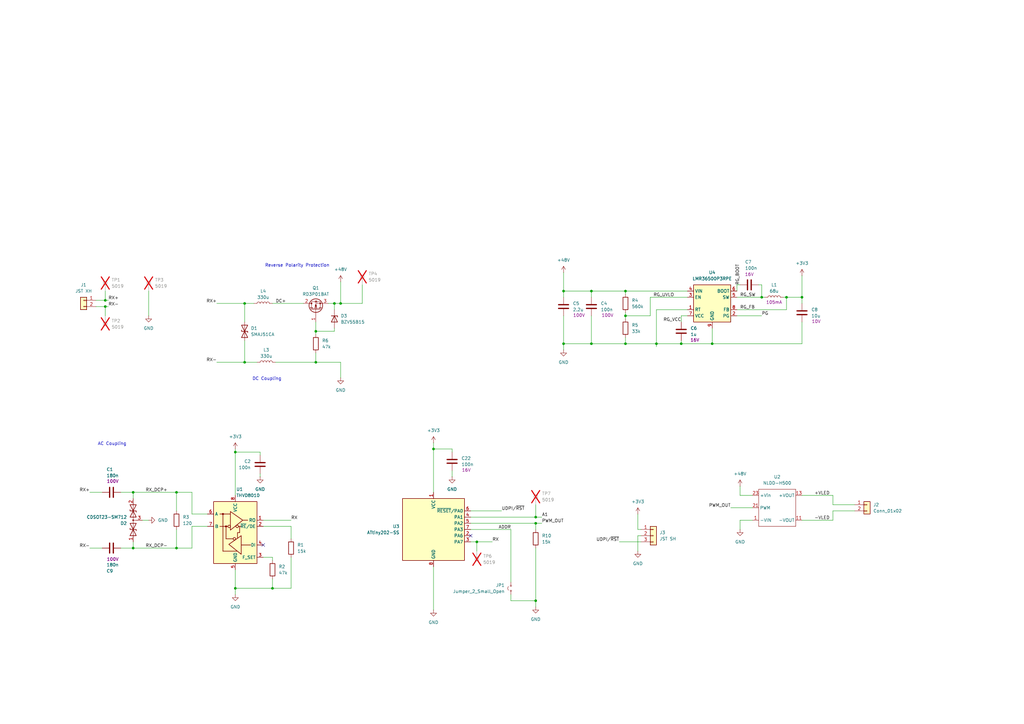
<source format=kicad_sch>
(kicad_sch (version 20250114) (generator "eeschema") (generator_version "9.0")
  (paper "A3")
  (lib_symbols
    (symbol "Connector:TestPoint" (pin_numbers (hide yes)) (pin_names (offset 0.762) (hide yes))
      (property "Reference" "TP" (at 0 6.858 0))
      (property "Value" "TestPoint" (at 0 5.08 0))
      (symbol "TestPoint_0_1"
        (circle (center 0 3.302) (radius 0.762))
      )
      (symbol "TestPoint_1_1"
        (pin passive line (at 0 0 90) (length 2.54) (name "1") (number "1"))
      )
    )
    (symbol "Connector_Generic:Conn_01x02" (pin_names (offset 1.016) (hide yes))
      (property "Reference" "J" (at 0 2.54 0))
      (property "Value" "Conn_01x02" (at 0 -5.08 0))
      (symbol "Conn_01x02_1_1"
        (rectangle (start -1.27 1.27) (end 1.27 -3.81) (stroke (width 0.254)) (fill (type background)))
        (rectangle (start -1.27 0.127) (end 0 -0.127) (stroke (width 0.1524)))
        (rectangle (start -1.27 -2.413) (end 0 -2.667) (stroke (width 0.1524)))
        (pin passive line (at -5.08 0 0) (length 3.81) (name "Pin_1") (number "1"))
        (pin passive line (at -5.08 -2.54 0) (length 3.81) (name "Pin_2") (number "2"))
      )
    )
    (symbol "Connector_Generic:Conn_01x03" (pin_names (offset 1.016) (hide yes))
      (property "Reference" "J" (at 0 5.08 0))
      (property "Value" "Conn_01x03" (at 0 -5.08 0))
      (symbol "Conn_01x03_1_1"
        (rectangle (start -1.27 3.81) (end 1.27 -3.81) (stroke (width 0.254)) (fill (type background)))
        (rectangle (start -1.27 2.667) (end 0 2.413) (stroke (width 0.1524)))
        (rectangle (start -1.27 0.127) (end 0 -0.127) (stroke (width 0.1524)))
        (rectangle (start -1.27 -2.413) (end 0 -2.667) (stroke (width 0.1524)))
        (pin passive line (at -5.08 2.54 0) (length 3.81) (name "Pin_1") (number "1"))
        (pin passive line (at -5.08 0 0) (length 3.81) (name "Pin_2") (number "2"))
        (pin passive line (at -5.08 -2.54 0) (length 3.81) (name "Pin_3") (number "3"))
      )
    )
    (symbol "Device:C" (pin_numbers (hide yes)) (pin_names (offset 0.254))
      (property "Reference" "C" (at 0.635 2.54 0))
      (property "Value" "C" (at 0.635 -2.54 0))
      (symbol "C_0_1"
        (polyline (pts (xy -2.032 0.762) (xy 2.032 0.762)) (stroke (width 0.508)))
        (polyline (pts (xy -2.032 -0.762) (xy 2.032 -0.762)) (stroke (width 0.508)))
      )
      (symbol "C_1_1"
        (pin passive line (at 0 3.81 270) (length 2.794) (name "~") (number "1"))
        (pin passive line (at 0 -3.81 90) (length 2.794) (name "~") (number "2"))
      )
    )
    (symbol "Device:D_TVS" (pin_numbers (hide yes)) (pin_names (offset 1.016) (hide yes))
      (property "Reference" "D" (at 0 2.54 0))
      (property "Value" "D_TVS" (at 0 -2.54 0))
      (symbol "D_TVS_0_1"
        (polyline (pts (xy -2.54 1.27) (xy -2.54 -1.27) (xy 2.54 1.27) (xy 2.54 -1.27) (xy -2.54 1.27)) (stroke (width 0.254)))
        (polyline (pts (xy 0.508 1.27) (xy 0 1.27) (xy 0 -1.27) (xy -0.508 -1.27)) (stroke (width 0.254)))
        (polyline (pts (xy 1.27 0) (xy -1.27 0)))
      )
      (symbol "D_TVS_1_1"
        (pin passive line (at -3.81 0 0) (length 2.54) (name "A1") (number "1"))
        (pin passive line (at 3.81 0 180) (length 2.54) (name "A2") (number "2"))
      )
    )
    (symbol "Device:D_TVS_Dual_AAC" (pin_names (offset 1.016) (hide yes))
      (property "Reference" "D" (at 0 4.445 0))
      (property "Value" "D_TVS_Dual_AAC" (at 0 2.54 0))
      (symbol "D_TVS_Dual_AAC_0_0"
        (polyline (pts (xy 0 -1.27) (xy 0 0)))
      )
      (symbol "D_TVS_Dual_AAC_0_1"
        (polyline (pts (xy -6.35 1.27) (xy -1.27 -1.27) (xy -1.27 1.27) (xy -6.35 -1.27) (xy -6.35 1.27)) (stroke (width 0.254)))
        (polyline (pts (xy -6.35 0) (xy 6.35 0)))
        (polyline (pts (xy -3.302 1.27) (xy -3.81 1.27) (xy -3.81 -1.27) (xy -4.318 -1.27)) (stroke (width 0.254)))
        (circle (center 0 0) (radius 0.254) (fill (type outline)))
        (polyline (pts (xy 4.318 1.27) (xy 3.81 1.27) (xy 3.81 -1.27) (xy 3.302 -1.27)) (stroke (width 0.254)))
        (polyline (pts (xy 6.35 1.27) (xy 1.27 -1.27) (xy 1.27 1.27) (xy 6.35 -1.27) (xy 6.35 1.27)) (stroke (width 0.254)))
      )
      (symbol "D_TVS_Dual_AAC_1_1"
        (pin passive line (at -8.89 0 0) (length 2.54) (name "A1") (number "1"))
        (pin passive line (at 0 -3.81 90) (length 2.54) (name "common") (number "3"))
        (pin passive line (at 8.89 0 180) (length 2.54) (name "A2") (number "2"))
      )
    )
    (symbol "Device:L" (pin_numbers (hide yes)) (pin_names (offset 1.016) (hide yes))
      (property "Reference" "L" (at -1.27 0 90))
      (property "Value" "L" (at 1.905 0 90))
      (symbol "L_0_1"
        (arc (start 0 2.54) (mid 0.6323 1.905) (end 0 1.27))
        (arc (start 0 1.27) (mid 0.6323 0.635) (end 0 0))
        (arc (start 0 0) (mid 0.6323 -0.635) (end 0 -1.27))
        (arc (start 0 -1.27) (mid 0.6323 -1.905) (end 0 -2.54))
      )
      (symbol "L_1_1"
        (pin passive line (at 0 3.81 270) (length 1.27) (name "1") (number "1"))
        (pin passive line (at 0 -3.81 90) (length 1.27) (name "2") (number "2"))
      )
    )
    (symbol "Device:Q_PMOS_GDS" (pin_names (offset 0) (hide yes))
      (property "Reference" "Q" (at 5.08 1.27 0))
      (property "Value" "Q_PMOS_GDS" (at 5.08 -1.27 0))
      (symbol "Q_PMOS_GDS_0_1"
        (polyline (pts (xy 0.254 1.905) (xy 0.254 -1.905)) (stroke (width 0.254)))
        (polyline (pts (xy 0.254 0) (xy -2.54 0)))
        (polyline (pts (xy 0.762 2.286) (xy 0.762 1.27)) (stroke (width 0.254)))
        (polyline (pts (xy 0.762 1.778) (xy 3.302 1.778) (xy 3.302 -1.778) (xy 0.762 -1.778)))
        (polyline (pts (xy 0.762 0.508) (xy 0.762 -0.508)) (stroke (width 0.254)))
        (polyline (pts (xy 0.762 -1.27) (xy 0.762 -2.286)) (stroke (width 0.254)))
        (circle (center 1.651 0) (radius 2.794) (stroke (width 0.254)))
        (polyline (pts (xy 2.286 0) (xy 1.27 0.381) (xy 1.27 -0.381) (xy 2.286 0)) (fill (type outline)))
        (polyline (pts (xy 2.54 2.54) (xy 2.54 1.778)))
        (circle (center 2.54 1.778) (radius 0.254) (fill (type outline)))
        (circle (center 2.54 -1.778) (radius 0.254) (fill (type outline)))
        (polyline (pts (xy 2.54 -2.54) (xy 2.54 0) (xy 0.762 0)))
        (polyline (pts (xy 2.794 -0.508) (xy 2.921 -0.381) (xy 3.683 -0.381) (xy 3.81 -0.254)))
        (polyline (pts (xy 3.302 -0.381) (xy 2.921 0.254) (xy 3.683 0.254) (xy 3.302 -0.381)))
      )
      (symbol "Q_PMOS_GDS_1_1"
        (pin input line (at -5.08 0 0) (length 2.54) (name "G") (number "1"))
        (pin passive line (at 2.54 5.08 270) (length 2.54) (name "D") (number "2"))
        (pin passive line (at 2.54 -5.08 90) (length 2.54) (name "S") (number "3"))
      )
    )
    (symbol "Device:R" (pin_numbers (hide yes)) (pin_names (offset 0))
      (property "Reference" "R" (at 2.032 0 90))
      (property "Value" "R" (at 0 0 90))
      (symbol "R_0_1"
        (rectangle (start -1.016 -2.54) (end 1.016 2.54) (stroke (width 0.254)))
      )
      (symbol "R_1_1"
        (pin passive line (at 0 3.81 270) (length 1.27) (name "~") (number "1"))
        (pin passive line (at 0 -3.81 90) (length 1.27) (name "~") (number "2"))
      )
    )
    (symbol "Diode:BZV55B15" (pin_numbers (hide yes)) (pin_names (hide yes))
      (property "Reference" "D" (at 0 2.54 0))
      (property "Value" "BZV55B15" (at 0 -2.54 0))
      (symbol "BZV55B15_0_1"
        (polyline (pts (xy -1.27 -1.27) (xy -1.27 1.27) (xy -0.762 1.27)) (stroke (width 0.254)))
        (polyline (pts (xy 1.27 0) (xy -1.27 0)))
        (polyline (pts (xy 1.27 -1.27) (xy 1.27 1.27) (xy -1.27 0) (xy 1.27 -1.27)) (stroke (width 0.254)))
      )
      (symbol "BZV55B15_1_1"
        (pin passive line (at -3.81 0 0) (length 2.54) (name "K") (number "1"))
        (pin passive line (at 3.81 0 180) (length 2.54) (name "A") (number "2"))
      )
    )
    (symbol "Jumper:Jumper_2_Small_Open" (pin_numbers (hide yes)) (pin_names (offset 0) (hide yes))
      (property "Reference" "JP" (at 0 2.794 0))
      (property "Value" "Jumper_2_Small_Open" (at 0 -2.286 0))
      (symbol "Jumper_2_Small_Open_0_0"
        (circle (center -1.016 0) (radius 0.254))
        (circle (center 1.016 0) (radius 0.254))
      )
      (symbol "Jumper_2_Small_Open_0_1"
        (arc (start -0.762 1.0196) (mid 0 1.2729) (end 0.762 1.0196))
      )
      (symbol "Jumper_2_Small_Open_1_1"
        (pin passive line (at -2.54 0 0) (length 1.27) (name "A") (number "1"))
        (pin passive line (at 2.54 0 180) (length 1.27) (name "B") (number "2"))
      )
    )
    (symbol "MCU_Microchip_ATtiny:ATtiny202-SS"
      (property "Reference" "U" (at -12.7 13.97 0))
      (property "Value" "ATtiny202-SS" (at 2.54 -13.97 0))
      (symbol "ATtiny202-SS_0_1"
        (rectangle (start -12.7 -12.7) (end 12.7 12.7) (stroke (width 0.254)) (fill (type background)))
      )
      (symbol "ATtiny202-SS_1_1"
        (pin power_in line (at 0 15.24 270) (length 2.54) (name "VCC") (number "1"))
        (pin power_in line (at 0 -15.24 90) (length 2.54) (name "GND") (number "8"))
        (pin bidirectional line (at 15.24 7.62 180) (length 2.54) (name "~{RESET}/PA0") (number "6"))
        (pin bidirectional line (at 15.24 5.08 180) (length 2.54) (name "PA1") (number "4"))
        (pin bidirectional line (at 15.24 2.54 180) (length 2.54) (name "PA2") (number "5"))
        (pin bidirectional line (at 15.24 0 180) (length 2.54) (name "PA3") (number "7"))
        (pin bidirectional line (at 15.24 -2.54 180) (length 2.54) (name "PA6") (number "2"))
        (pin bidirectional line (at 15.24 -5.08 180) (length 2.54) (name "PA7") (number "3"))
      )
    )
    (symbol "fort:LMR36500P3RPE"
      (property "Reference" "U" (at 0 11.43 0))
      (property "Value" "LMR36500P3RPE" (at 0 8.89 0))
      (symbol "LMR36500P3RPE_0_1"
        (rectangle (start -7.62 7.62) (end 7.62 -7.62) (stroke (width 0.254)) (fill (type background)))
      )
      (symbol "LMR36500P3RPE_1_1"
        (pin power_in line (at -10.16 5.08 0) (length 2.54) (name "VIN") (number "4"))
        (pin input line (at -10.16 2.54 0) (length 2.54) (name "EN") (number "3"))
        (pin input line (at -10.16 -2.54 0) (length 2.54) (name "RT") (number "1"))
        (pin power_out line (at -10.16 -5.08 0) (length 2.54) (name "VCC") (number "7"))
        (pin power_in line (at 0 -10.16 90) (length 2.54) (name "GND") (number "9"))
        (pin input line (at 10.16 5.08 180) (length 2.54) (name "BOOT") (number "6"))
        (pin power_out line (at 10.16 2.54 180) (length 2.54) (name "SW") (number "5"))
        (pin input line (at 10.16 -2.54 180) (length 2.54) (name "FB") (number "8"))
        (pin open_collector line (at 10.16 -5.08 180) (length 2.54) (name "PG") (number "2"))
      )
    )
    (symbol "fort:NLDD-H500"
      (property "Reference" "U" (at -7.112 -9.144 0))
      (property "Value" "NLDD-H500" (at -2.032 8.636 0))
      (symbol "NLDD-H500_0_1"
        (rectangle (start -7.62 7.62) (end 7.62 -7.62))
      )
      (symbol "NLDD-H500_1_1"
        (pin power_in line (at -10.16 5.08 0) (length 2.54) (name "+Vin") (number "23"))
        (pin power_in line (at -10.16 5.08 0) (length 2.54) (hide yes) (name "+Vin") (number "24"))
        (pin input line (at -10.16 0 0) (length 2.54) (name "PWM") (number "21"))
        (pin power_in line (at -10.16 -5.08 0) (length 2.54) (name "-VIN") (number "1"))
        (pin power_in line (at -10.16 -5.08 0) (length 2.54) (hide yes) (name "-VIN") (number "2"))
        (pin power_out line (at 10.16 5.08 180) (length 2.54) (name "+VOUT") (number "13"))
        (pin power_out line (at 10.16 5.08 180) (length 2.54) (hide yes) (name "+VOUT") (number "14"))
        (pin power_out line (at 10.16 -5.08 180) (length 2.54) (name "-VOUT") (number "11"))
        (pin power_out line (at 10.16 -5.08 180) (length 2.54) (hide yes) (name "-VOUT") (number "12"))
      )
    )
    (symbol "fort:THVD8010"
      (property "Reference" "U" (at -6.985 13.97 0))
      (property "Value" "THVD8010" (at 7.62 13.97 0))
      (symbol "THVD8010_0_1"
        (rectangle (start -8.89 12.7) (end 8.89 -12.7) (stroke (width 0.254)) (fill (type background)))
        (polyline (pts (xy -3.175 5.08) (xy -5.08 5.08) (xy -4.064 5.08)) (stroke (width 0.254)))
        (polyline (pts (xy -2.54 -5.08) (xy -6.35 -5.08)) (stroke (width 0.254)))
        (polyline (pts (xy -2.413 -5.08) (xy -2.413 -1.27) (xy 2.667 -4.826) (xy -2.413 -8.89) (xy -2.413 -5.08)) (stroke (width 0.254)))
        (polyline (pts (xy -2.286 2.54) (xy -1.27 2.54)) (stroke (width 0.254)))
        (polyline (pts (xy -1.778 2.54) (xy -1.778 0)) (stroke (width 0.254)))
        (polyline (pts (xy -1.778 0) (xy -0.889 0) (xy -0.889 -2.286)) (stroke (width 0.254)))
        (polyline (pts (xy -0.635 -7.62) (xy 5.08 -7.62)) (stroke (width 0.254)))
        (circle (center 0.381 -2.54) (radius 0.508) (stroke (width 0.254)))
        (polyline (pts (xy 0.889 -2.54) (xy 3.81 -2.54)) (stroke (width 0.254)))
        (polyline (pts (xy 2.032 7.62) (xy 6.35 7.62)) (stroke (width 0.254)))
        (polyline (pts (xy 3.048 2.54) (xy 6.35 2.54)) (stroke (width 0.254)))
        (circle (center 3.81 2.54) (radius 0.2794) (stroke (width 0.254)) (fill (type outline)))
        (polyline (pts (xy 3.81 -2.54) (xy 3.81 2.54)) (stroke (width 0.254)))
        (polyline (pts (xy 5.08 -7.62) (xy 5.08 7.62)) (stroke (width 0.254)))
      )
      (symbol "THVD8010_1_1"
        (circle (center -0.762 2.54) (radius 0.508) (stroke (width 0.254)))
        (polyline (pts (xy 2.032 4.826) (xy 2.032 8.636) (xy -3.048 5.08) (xy 2.032 1.016) (xy 2.032 4.826)) (stroke (width 0.254)))
        (circle (center 2.54 2.54) (radius 0.508) (stroke (width 0.254)))
        (circle (center 5.08 7.62) (radius 0.2794) (stroke (width 0.254)) (fill (type outline)))
        (pin output line (at -11.43 5.08 0) (length 2.54) (name "RO") (number "1"))
        (pin input line (at -11.43 2.54 0) (length 2.54) (name "~{RE}/DE") (number "2"))
        (pin input line (at -11.43 -5.08 0) (length 2.54) (name "DI") (number "4"))
        (pin input line (at -11.43 -10.16 0) (length 2.54) (name "F_SET") (number "3"))
        (pin power_in line (at 0 15.24 270) (length 2.54) (name "VCC") (number "8"))
        (pin power_in line (at 0 -15.24 90) (length 2.54) (name "GND") (number "5"))
        (pin bidirectional line (at 11.43 7.62 180) (length 2.54) (name "A") (number "6"))
        (pin bidirectional line (at 11.43 2.54 180) (length 2.54) (name "B") (number "7"))
      )
    )
    (symbol "power:+3V3" (power) (pin_numbers (hide yes)) (pin_names (offset 0) (hide yes))
      (property "Value" "+3V3" (at 0 3.556 0))
      (symbol "+3V3_0_1"
        (polyline (pts (xy -0.762 1.27) (xy 0 2.54)))
        (polyline (pts (xy 0 2.54) (xy 0.762 1.27)))
        (polyline (pts (xy 0 0) (xy 0 2.54)))
      )
      (symbol "+3V3_1_1"
        (pin power_in line (at 0 0 90) (length 0) (name "~") (number "1"))
      )
    )
    (symbol "power:+48V" (power) (pin_numbers (hide yes)) (pin_names (offset 0) (hide yes))
      (property "Value" "+48V" (at 0 3.556 0))
      (symbol "+48V_0_1"
        (polyline (pts (xy -0.762 1.27) (xy 0 2.54)))
        (polyline (pts (xy 0 2.54) (xy 0.762 1.27)))
        (polyline (pts (xy 0 0) (xy 0 2.54)))
      )
      (symbol "+48V_1_1"
        (pin power_in line (at 0 0 90) (length 0) (name "~") (number "1"))
      )
    )
    (symbol "power:GND" (power) (pin_numbers (hide yes)) (pin_names (offset 0) (hide yes))
      (property "Value" "GND" (at 0 -3.81 0))
      (symbol "GND_0_1"
        (polyline (pts (xy 0 0) (xy 0 -1.27) (xy 1.27 -1.27) (xy 0 -2.54) (xy -1.27 -1.27) (xy 0 -1.27)))
      )
      (symbol "GND_1_1"
        (pin power_in line (at 0 0 270) (length 0) (name "~") (number "1"))
      )
    )
  )
  (text "DC Coupling" (at 109.474 155.448 0) (effects (font (size 1.27 1.27))))
  (text "Reverse Polarity Protection" (at 121.92 108.966 0) (effects (font (size 1.27 1.27))))
  (text "AC Coupling" (at 45.974 182.118 0) (effects (font (size 1.27 1.27))))
  (junction (at 96.52 241.3))
  (junction (at 279.4 140.97))
  (junction (at 292.1 140.97))
  (junction (at 256.54 119.38))
  (junction (at 43.18 123.19))
  (junction (at 219.71 214.63))
  (junction (at 256.54 140.97))
  (junction (at 129.54 148.59))
  (junction (at 111.76 241.3))
  (junction (at 328.93 121.92))
  (junction (at 139.7 124.46))
  (junction (at 242.57 140.97))
  (junction (at 96.52 185.42))
  (junction (at 54.61 201.93))
  (junction (at 72.39 201.93))
  (junction (at 322.58 121.92))
  (junction (at 100.33 148.59))
  (junction (at 54.61 224.79))
  (junction (at 312.42 121.92))
  (junction (at 43.18 125.73))
  (junction (at 195.58 222.25))
  (junction (at 242.57 119.38))
  (junction (at 269.24 140.97))
  (junction (at 219.71 212.09))
  (junction (at 231.14 119.38))
  (junction (at 100.33 124.46))
  (junction (at 129.54 135.89))
  (junction (at 177.8 184.15))
  (junction (at 137.16 124.46))
  (junction (at 231.14 140.97))
  (junction (at 72.39 224.79))
  (junction (at 256.54 129.54))
  (junction (at 219.71 246.38))
  (no_connect (at 193.04 219.71))
  (no_connect (at 107.95 223.52))
  (wire (pts (xy 100.33 148.59) (xy 105.41 148.59)))
  (wire (pts (xy 100.33 124.46) (xy 104.14 124.46)))
  (wire (pts (xy 54.61 201.93) (xy 72.39 201.93)))
  (wire (pts (xy 43.18 125.73) (xy 43.18 129.54)))
  (wire (pts (xy 262.89 219.71) (xy 261.62 219.71)))
  (wire (pts (xy 341.63 207.01) (xy 350.52 207.01)))
  (wire (pts (xy 96.52 184.15) (xy 96.52 185.42)))
  (wire (pts (xy 96.52 233.68) (xy 96.52 241.3)))
  (wire (pts (xy 321.31 121.92) (xy 322.58 121.92)))
  (wire (pts (xy 129.54 135.89) (xy 129.54 137.16)))
  (wire (pts (xy 302.26 127) (xy 322.58 127)))
  (wire (pts (xy 269.24 140.97) (xy 279.4 140.97)))
  (wire (pts (xy 100.33 124.46) (xy 100.33 132.08)))
  (wire (pts (xy 219.71 212.09) (xy 222.25 212.09)))
  (wire (pts (xy 195.58 222.25) (xy 195.58 226.06)))
  (wire (pts (xy 322.58 127) (xy 322.58 121.92)))
  (wire (pts (xy 254 222.25) (xy 262.89 222.25)))
  (wire (pts (xy 256.54 129.54) (xy 256.54 130.81)))
  (wire (pts (xy 328.93 213.36) (xy 341.63 213.36)))
  (wire (pts (xy 185.42 184.15) (xy 177.8 184.15)))
  (wire (pts (xy 266.7 129.54) (xy 266.7 121.92)))
  (wire (pts (xy 328.93 121.92) (xy 328.93 124.46)))
  (wire (pts (xy 302.26 129.54) (xy 312.42 129.54)))
  (wire (pts (xy 193.04 209.55) (xy 205.74 209.55)))
  (wire (pts (xy 129.54 135.89) (xy 137.16 135.89)))
  (wire (pts (xy 341.63 209.55) (xy 350.52 209.55)))
  (wire (pts (xy 193.04 214.63) (xy 219.71 214.63)))
  (wire (pts (xy 292.1 140.97) (xy 328.93 140.97)))
  (wire (pts (xy 312.42 121.92) (xy 313.69 121.92)))
  (wire (pts (xy 129.54 148.59) (xy 139.7 148.59)))
  (wire (pts (xy 44.45 125.73) (xy 43.18 125.73)))
  (wire (pts (xy 137.16 124.46) (xy 139.7 124.46)))
  (wire (pts (xy 242.57 129.54) (xy 242.57 140.97)))
  (wire (pts (xy 303.53 213.36) (xy 303.53 217.17)))
  (wire (pts (xy 54.61 201.93) (xy 54.61 204.47)))
  (wire (pts (xy 106.68 185.42) (xy 106.68 186.69)))
  (wire (pts (xy 60.96 119.38) (xy 60.96 129.54)))
  (wire (pts (xy 242.57 119.38) (xy 256.54 119.38)))
  (wire (pts (xy 134.62 124.46) (xy 137.16 124.46)))
  (wire (pts (xy 111.76 228.6) (xy 111.76 229.87)))
  (wire (pts (xy 43.18 123.19) (xy 39.37 123.19)))
  (wire (pts (xy 279.4 140.97) (xy 279.4 139.7)))
  (wire (pts (xy 303.53 199.39) (xy 303.53 203.2)))
  (wire (pts (xy 78.74 215.9) (xy 85.09 215.9)))
  (wire (pts (xy 231.14 140.97) (xy 242.57 140.97)))
  (wire (pts (xy 43.18 125.73) (xy 39.37 125.73)))
  (wire (pts (xy 185.42 193.04) (xy 185.42 195.58)))
  (wire (pts (xy 328.93 132.08) (xy 328.93 140.97)))
  (wire (pts (xy 231.14 121.92) (xy 231.14 119.38)))
  (wire (pts (xy 96.52 241.3) (xy 111.76 241.3)))
  (wire (pts (xy 36.83 201.93) (xy 41.91 201.93)))
  (wire (pts (xy 341.63 203.2) (xy 341.63 207.01)))
  (wire (pts (xy 43.18 119.38) (xy 43.18 123.19)))
  (wire (pts (xy 193.04 212.09) (xy 219.71 212.09)))
  (wire (pts (xy 96.52 185.42) (xy 96.52 203.2)))
  (wire (pts (xy 177.8 184.15) (xy 177.8 201.93)))
  (wire (pts (xy 49.53 224.79) (xy 54.61 224.79)))
  (wire (pts (xy 129.54 132.08) (xy 129.54 135.89)))
  (wire (pts (xy 139.7 148.59) (xy 139.7 154.94)))
  (wire (pts (xy 219.71 214.63) (xy 222.25 214.63)))
  (wire (pts (xy 106.68 194.31) (xy 106.68 195.58)))
  (wire (pts (xy 256.54 119.38) (xy 281.94 119.38)))
  (wire (pts (xy 185.42 185.42) (xy 185.42 184.15)))
  (wire (pts (xy 72.39 224.79) (xy 78.74 224.79)))
  (wire (pts (xy 256.54 140.97) (xy 269.24 140.97)))
  (wire (pts (xy 193.04 222.25) (xy 195.58 222.25)))
  (wire (pts (xy 231.14 140.97) (xy 231.14 143.51)))
  (wire (pts (xy 279.4 129.54) (xy 279.4 132.08)))
  (wire (pts (xy 58.42 213.36) (xy 60.96 213.36)))
  (wire (pts (xy 256.54 119.38) (xy 256.54 120.65)))
  (wire (pts (xy 328.93 203.2) (xy 341.63 203.2)))
  (wire (pts (xy 302.26 119.38) (xy 302.26 116.84)))
  (wire (pts (xy 78.74 210.82) (xy 85.09 210.82)))
  (wire (pts (xy 119.38 228.6) (xy 119.38 241.3)))
  (wire (pts (xy 303.53 203.2) (xy 308.61 203.2)))
  (wire (pts (xy 88.9 148.59) (xy 100.33 148.59)))
  (wire (pts (xy 312.42 116.84) (xy 311.15 116.84)))
  (wire (pts (xy 328.93 113.03) (xy 328.93 121.92)))
  (wire (pts (xy 299.72 208.28) (xy 308.61 208.28)))
  (wire (pts (xy 44.45 123.19) (xy 43.18 123.19)))
  (wire (pts (xy 107.95 215.9) (xy 119.38 215.9)))
  (wire (pts (xy 242.57 119.38) (xy 242.57 121.92)))
  (wire (pts (xy 78.74 201.93) (xy 78.74 210.82)))
  (wire (pts (xy 78.74 224.79) (xy 78.74 215.9)))
  (wire (pts (xy 219.71 248.92) (xy 219.71 246.38)))
  (wire (pts (xy 107.95 213.36) (xy 119.38 213.36)))
  (wire (pts (xy 302.26 121.92) (xy 312.42 121.92)))
  (wire (pts (xy 54.61 224.79) (xy 54.61 222.25)))
  (wire (pts (xy 341.63 213.36) (xy 341.63 209.55)))
  (wire (pts (xy 256.54 129.54) (xy 266.7 129.54)))
  (wire (pts (xy 129.54 144.78) (xy 129.54 148.59)))
  (wire (pts (xy 72.39 217.17) (xy 72.39 224.79)))
  (wire (pts (xy 231.14 119.38) (xy 242.57 119.38)))
  (wire (pts (xy 219.71 212.09) (xy 219.71 207.01)))
  (wire (pts (xy 49.53 201.93) (xy 54.61 201.93)))
  (wire (pts (xy 195.58 222.25) (xy 201.93 222.25)))
  (wire (pts (xy 322.58 121.92) (xy 328.93 121.92)))
  (wire (pts (xy 177.8 232.41) (xy 177.8 250.19)))
  (wire (pts (xy 100.33 139.7) (xy 100.33 148.59)))
  (wire (pts (xy 261.62 210.82) (xy 261.62 217.17)))
  (wire (pts (xy 72.39 201.93) (xy 78.74 201.93)))
  (wire (pts (xy 139.7 124.46) (xy 139.7 115.57)))
  (wire (pts (xy 137.16 135.89) (xy 137.16 134.62)))
  (wire (pts (xy 242.57 140.97) (xy 256.54 140.97)))
  (wire (pts (xy 96.52 185.42) (xy 106.68 185.42)))
  (wire (pts (xy 36.83 224.79) (xy 41.91 224.79)))
  (wire (pts (xy 209.55 246.38) (xy 219.71 246.38)))
  (wire (pts (xy 219.71 246.38) (xy 219.71 224.79)))
  (wire (pts (xy 111.76 124.46) (xy 124.46 124.46)))
  (wire (pts (xy 119.38 215.9) (xy 119.38 220.98)))
  (wire (pts (xy 281.94 129.54) (xy 279.4 129.54)))
  (wire (pts (xy 111.76 241.3) (xy 119.38 241.3)))
  (wire (pts (xy 261.62 217.17) (xy 262.89 217.17)))
  (wire (pts (xy 269.24 142.24) (xy 269.24 140.97)))
  (wire (pts (xy 269.24 127) (xy 269.24 140.97)))
  (wire (pts (xy 256.54 128.27) (xy 256.54 129.54)))
  (wire (pts (xy 279.4 140.97) (xy 292.1 140.97)))
  (wire (pts (xy 139.7 124.46) (xy 148.59 124.46)))
  (wire (pts (xy 88.9 124.46) (xy 100.33 124.46)))
  (wire (pts (xy 72.39 201.93) (xy 72.39 209.55)))
  (wire (pts (xy 111.76 237.49) (xy 111.76 241.3)))
  (wire (pts (xy 193.04 217.17) (xy 209.55 217.17)))
  (wire (pts (xy 96.52 241.3) (xy 96.52 243.84)))
  (wire (pts (xy 177.8 181.61) (xy 177.8 184.15)))
  (wire (pts (xy 107.95 228.6) (xy 111.76 228.6)))
  (wire (pts (xy 269.24 127) (xy 281.94 127)))
  (wire (pts (xy 266.7 121.92) (xy 281.94 121.92)))
  (wire (pts (xy 148.59 116.84) (xy 148.59 124.46)))
  (wire (pts (xy 256.54 138.43) (xy 256.54 140.97)))
  (wire (pts (xy 209.55 217.17) (xy 209.55 238.76)))
  (wire (pts (xy 312.42 121.92) (xy 312.42 116.84)))
  (wire (pts (xy 302.26 116.84) (xy 303.53 116.84)))
  (wire (pts (xy 113.03 148.59) (xy 129.54 148.59)))
  (wire (pts (xy 261.62 219.71) (xy 261.62 226.06)))
  (wire (pts (xy 231.14 129.54) (xy 231.14 140.97)))
  (wire (pts (xy 292.1 134.62) (xy 292.1 140.97)))
  (wire (pts (xy 308.61 213.36) (xy 303.53 213.36)))
  (wire (pts (xy 54.61 224.79) (xy 72.39 224.79)))
  (wire (pts (xy 231.14 111.76) (xy 231.14 119.38)))
  (wire (pts (xy 209.55 243.84) (xy 209.55 246.38)))
  (wire (pts (xy 219.71 214.63) (xy 219.71 217.17)))
  (wire (pts (xy 137.16 124.46) (xy 137.16 127)))
  (label "RX-" (at 44.45 125.73 0))
  (label "A1" (at 222.25 212.09 0))
  (label "ADDR" (at 204.47 217.17 0))
  (label "RX-" (at 36.83 224.79 180))
  (label "RX_DCP-" (at 59.69 224.79 0))
  (label "RG_SW" (at 303.53 121.92 0))
  (label "RX" (at 119.38 213.36 0))
  (label "RX" (at 201.93 222.25 0))
  (label "RG_UVLO" (at 267.97 121.92 0))
  (label "PWM_OUT" (at 299.72 208.28 180))
  (label "+VLED" (at 334.01 203.2 0))
  (label "RX+" (at 44.45 123.19 0))
  (label "RG_BOOT" (at 303.53 116.84 90))
  (label "DC+" (at 113.03 124.46 0))
  (label "RX+" (at 88.9 124.46 180))
  (label "RG_FB" (at 303.53 127 0))
  (label "PWM_OUT" (at 222.25 214.63 0))
  (label "RG_VCC" (at 279.4 132.08 180))
  (label "RX+" (at 36.83 201.93 180))
  (label "UDPI{slash}~{RST}" (at 254 222.25 180))
  (label "RX_DCP+" (at 59.69 201.93 0))
  (label "RX-" (at 88.9 148.59 180))
  (label "-VLED" (at 334.01 213.36 0))
  (label "UDPI{slash}~{RST}" (at 205.74 209.55 0))
  (label "PG" (at 312.42 129.54 0))
  (symbol (lib_id "power:GND") (at 185.42 195.58 0) (unit 1)
    (property "Reference" "#PWR025" (effects (hide yes)))
    (property "Value" "GND" (at 185.42 200.66 0))
    (property "Description" "Power symbol creates a global label with name \"GND\" , ground" (effects (hide yes)))
  )
  (symbol (lib_id "Device:R") (at 219.71 220.98 0) (unit 1)
    (property "Reference" "R10" (at 222.25 219.7099 0) (effects (justify left)))
    (property "Value" "15k" (at 222.25 222.2499 0) (effects (justify left)))
    (property "Footprint" "Resistor_SMD:R_0402_1005Metric" (effects (hide yes)))
    (property "Description" "Resistor" (effects (hide yes)))
    (property "MPN" "RC0402FR-0715KL" (effects (hide yes)))
  )
  (symbol (lib_id "power:GND") (at 139.7 154.94 0) (unit 1)
    (property "Reference" "#PWR08" (effects (hide yes)))
    (property "Value" "GND" (at 139.7 160.02 0))
    (property "Description" "Power symbol creates a global label with name \"GND\" , ground" (effects (hide yes)))
  )
  (symbol (lib_id "Diode:BZV55B15") (at 137.16 130.81 270) (unit 1)
    (property "Reference" "D3" (at 139.7 129.5399 90) (effects (justify left)))
    (property "Value" "BZV55B15" (at 139.7 132.0799 90) (effects (justify left)))
    (property "Footprint" "Diode_SMD:D_MiniMELF" (effects (hide yes)))
    (property "Datasheet" "https://assets.nexperia.com/documents/data-sheet/BZV55_SER.pdf" (effects (hide yes)))
    (property "Description" "15V, 500mW, 2%, Zener diode, MiniMELF" (effects (hide yes)))
    (property "MPN" "BZV55B15" (effects (hide yes)))
  )
  (symbol (lib_id "power:+48V") (at 231.14 111.76 0) (unit 1)
    (property "Reference" "#PWR03" (effects (hide yes)))
    (property "Value" "+48V" (at 231.14 106.68 0))
    (property "Description" "Power symbol creates a global label with name \"+48V\"" (effects (hide yes)))
  )
  (symbol (lib_id "Device:L") (at 109.22 148.59 90) (unit 1)
    (property "Reference" "L3" (at 109.22 143.51 90))
    (property "Value" "330u" (at 109.22 146.05 90))
    (property "Footprint" "fort:L_Bourns-SRN8040_8x8.15mm" (effects (hide yes)))
    (property "Datasheet" "https://www.bourns.com/docs/Product-Datasheets/SRN8040TA.pdf" (effects (hide yes)))
    (property "Description" "Inductor" (effects (hide yes)))
    (property "MPN" "SRN8040TA-331M" (effects (hide yes)))
  )
  (symbol (lib_id "Device:C") (at 45.72 224.79 90) (mirror x) (unit 1)
    (property "Reference" "C9" (at 43.688 234.1881 90) (effects (justify right)))
    (property "Value" "180n" (at 43.688 231.6481 90) (effects (justify right)))
    (property "Footprint" "Capacitor_SMD:C_1206_3216Metric" (effects (hide yes)))
    (property "Description" "Unpolarized capacitor" (effects (hide yes)))
    (property "Rated Voltage" "100V" (at 46.228 229.362 90))
    (property "Dielectric" "X7R" (effects (hide yes)))
    (property "MPN" "C1206F184K1RACAUTO" (effects (hide yes)))
  )
  (symbol (lib_id "Device:R") (at 256.54 124.46 0) (unit 1)
    (property "Reference" "R4" (at 259.08 123.1899 0) (effects (justify left)))
    (property "Value" "560k" (at 259.08 125.7299 0) (effects (justify left)))
    (property "Footprint" "Resistor_SMD:R_0402_1005Metric" (effects (hide yes)))
    (property "Description" "Resistor" (effects (hide yes)))
    (property "MPN" "RC0402FR-07560KL" (effects (hide yes)))
  )
  (symbol (lib_id "Device:C") (at 106.68 190.5 0) (mirror y) (unit 1)
    (property "Reference" "C2" (at 102.87 189.2299 0) (effects (justify left)))
    (property "Value" "100n" (at 102.87 191.7699 0) (effects (justify left)))
    (property "Footprint" "Capacitor_SMD:C_0402_1005Metric" (effects (hide yes)))
    (property "Description" "Unpolarized capacitor" (effects (hide yes)))
    (property "Rated Voltage" "16V" (effects (hide yes)))
    (property "Dielectric" "X7R" (effects (hide yes)))
    (property "MPN" "GRM155R71H104KE14J" (effects (hide yes)))
  )
  (symbol (lib_id "power:GND") (at 60.96 129.54 0) (unit 1)
    (property "Reference" "#PWR09" (effects (hide yes)))
    (property "Value" "GND" (at 60.96 134.62 0))
    (property "Description" "Power symbol creates a global label with name \"GND\" , ground" (effects (hide yes)))
  )
  (symbol (lib_id "Device:L") (at 107.95 124.46 270) (mirror x) (unit 1)
    (property "Reference" "L4" (at 107.95 119.38 90))
    (property "Value" "330u" (at 107.95 121.92 90))
    (property "Footprint" "fort:L_Bourns-SRN8040_8x8.15mm" (effects (hide yes)))
    (property "Datasheet" "https://www.bourns.com/docs/Product-Datasheets/SRN8040TA.pdf" (effects (hide yes)))
    (property "Description" "Inductor" (effects (hide yes)))
    (property "MPN" "SRN8040TA-331M" (effects (hide yes)))
  )
  (symbol (lib_id "Device:R") (at 111.76 233.68 0) (unit 1)
    (property "Reference" "R2" (at 114.3 232.4099 0) (effects (justify left)))
    (property "Value" "47k" (at 114.3 234.9499 0) (effects (justify left)))
    (property "Footprint" "Resistor_SMD:R_0402_1005Metric" (effects (hide yes)))
    (property "Description" "Resistor" (effects (hide yes)))
    (property "MPN" "RC0402FR-0747KL" (effects (hide yes)))
  )
  (symbol (lib_id "power:GND") (at 303.53 217.17 0) (unit 1)
    (property "Reference" "#PWR011" (effects (hide yes)))
    (property "Value" "GND" (at 303.53 222.25 0))
    (property "Description" "Power symbol creates a global label with name \"GND\" , ground" (effects (hide yes)))
  )
  (symbol (lib_id "Device:Q_PMOS_GDS") (at 129.54 127 90) (unit 1)
    (property "Reference" "Q1" (at 129.54 118.11 90))
    (property "Value" "RD3P01BAT" (at 129.54 120.65 90))
    (property "Footprint" "Package_TO_SOT_SMD:TO-252-2" (effects (hide yes)))
    (property "Datasheet" "https://fscdn.rohm.com/en/products/databook/datasheet/discrete/transistor/mosfet/rd3p01battl1-e.pdf" (effects (hide yes)))
    (property "Description" "P-MOSFET transistor, gate/drain/source" (effects (hide yes)))
    (property "MPN" "RD3P01BAT" (effects (hide yes)))
  )
  (symbol (lib_id "power:GND") (at 177.8 250.19 0) (unit 1)
    (property "Reference" "#PWR026" (effects (hide yes)))
    (property "Value" "GND" (at 177.8 255.27 0))
    (property "Description" "Power symbol creates a global label with name \"GND\" , ground" (effects (hide yes)))
  )
  (symbol (lib_id "Connector:TestPoint") (at 219.71 207.01 0) (unit 1) (dnp yes)
    (property "Reference" "TP7" (at 222.25 202.4379 0) (effects (justify left)))
    (property "Value" "5019" (at 222.25 204.9779 0) (effects (justify left)))
    (property "Footprint" "fort:TestPoint_Keystone_5019_Minature" (effects (hide yes)))
    (property "Description" "test point" (effects (hide yes)))
    (property "MPN" "5019" (effects (hide yes)))
  )
  (symbol (lib_id "power:+3V3") (at 177.8 181.61 0) (unit 1)
    (property "Reference" "#PWR024" (effects (hide yes)))
    (property "Value" "+3V3" (at 177.8 176.53 0))
    (property "Description" "Power symbol creates a global label with name \"+3V3\"" (effects (hide yes)))
  )
  (symbol (lib_id "Connector:TestPoint") (at 60.96 119.38 0) (unit 1) (dnp yes)
    (property "Reference" "TP3" (at 63.5 114.8079 0) (effects (justify left)))
    (property "Value" "5019" (at 63.5 117.3479 0) (effects (justify left)))
    (property "Footprint" "fort:TestPoint_Keystone_5019_Minature" (effects (hide yes)))
    (property "Description" "test point" (effects (hide yes)))
    (property "MPN" "5019" (effects (hide yes)))
  )
  (symbol (lib_id "fort:LMR36500P3RPE") (at 292.1 124.46 0) (unit 1)
    (property "Reference" "U4" (at 292.1 111.76 0))
    (property "Value" "LMR36500P3RPE" (at 292.1 114.3 0))
    (property "Footprint" "fort:Texas_VQFN-HR-9_2.1x2.1mm_P0.5mm" (effects (hide yes)))
    (property "Datasheet" "http://www.ti.com/lit/ds/symlink/lmr36500.pdf" (effects (hide yes)))
    (property "Description" "Synchronous Buck Regulator, Vin=3-65V, Iout=50mA, F=0.2-2.2MHz, Adjustable output voltage, PFM at light load, VQFN-HR RPE" (effects (hide yes)))
    (property "MPN" "LMR36500P3RPE" (effects (hide yes)))
  )
  (symbol (lib_id "power:+48V") (at 139.7 115.57 0) (unit 1)
    (property "Reference" "#PWR06" (effects (hide yes)))
    (property "Value" "+48V" (at 139.7 110.49 0))
    (property "Description" "Power symbol creates a global label with name \"+48V\"" (effects (hide yes)))
  )
  (symbol (lib_id "Device:R") (at 256.54 134.62 0) (unit 1)
    (property "Reference" "R5" (at 259.08 133.3499 0) (effects (justify left)))
    (property "Value" "33k" (at 259.08 135.8899 0) (effects (justify left)))
    (property "Footprint" "Resistor_SMD:R_0402_1005Metric" (effects (hide yes)))
    (property "Description" "Resistor" (effects (hide yes)))
    (property "MPN" "RC0402FR-0733KL" (effects (hide yes)))
  )
  (symbol (lib_id "Connector_Generic:Conn_01x03") (at 267.97 219.71 0) (unit 1)
    (property "Reference" "J3" (at 270.51 218.4399 0) (effects (justify left)))
    (property "Value" "JST SH" (at 270.51 220.9799 0) (effects (justify left)))
    (property "Footprint" "Connector_JST:JST_SH_BM03B-SRSS-TB_1x03-1MP_P1.00mm_Vertical" (effects (hide yes)))
    (property "Description" "Generic connector, single row, 01x03, script generated (kicad-library-utils/schlib/autogen/connector/)" (effects (hide yes)))
    (property "MPN" "BM03B-SRSS-TB" (effects (hide yes)))
  )
  (symbol (lib_id "fort:NLDD-H500") (at 318.77 208.28 0) (unit 1)
    (property "Reference" "U2" (at 318.77 195.58 0))
    (property "Value" "NLDD-H500" (at 318.77 198.12 0))
    (property "Footprint" "fort:NLDD-XXXH" (effects (hide yes)))
    (property "Datasheet" "https://www.meanwellusa.com/upload/pdf/NLDD-H/NLDD-H-spec.pdf" (effects (hide yes)))
    (property "Description" "500mA, 10~56 Vin, 6~52V Vout DC-DC Constant Current Step-Down LED driver" (effects (hide yes)))
    (property "MPN" "NLDD-H500" (effects (hide yes)))
  )
  (symbol (lib_id "Device:D_TVS") (at 100.33 135.89 90) (unit 1)
    (property "Reference" "D1" (at 102.87 134.6199 90) (effects (justify right)))
    (property "Value" "SMAJ51CA" (at 102.87 137.1599 90) (effects (justify right)))
    (property "Footprint" "Diode_SMD:D_SMA" (effects (hide yes)))
    (property "Description" "Bidirectional transient-voltage-suppression diode" (effects (hide yes)))
    (property "MPN" "SMAJ51CA" (effects (hide yes)))
  )
  (symbol (lib_id "Device:C") (at 185.42 189.23 0) (unit 1)
    (property "Reference" "C22" (at 189.23 187.9599 0) (effects (justify left)))
    (property "Value" "100n" (at 189.23 190.4999 0) (effects (justify left)))
    (property "Footprint" "Capacitor_SMD:C_0402_1005Metric" (effects (hide yes)))
    (property "Description" "Unpolarized capacitor" (effects (hide yes)))
    (property "Rated Voltage" "16V" (at 191.262 192.786 0))
    (property "Dielectric" "X7R" (effects (hide yes)))
    (property "MPN" "GRM155R71H104KE14J" (effects (hide yes)))
  )
  (symbol (lib_id "Connector:TestPoint") (at 43.18 129.54 180) (unit 1) (dnp yes)
    (property "Reference" "TP2" (at 45.72 131.5719 0) (effects (justify right)))
    (property "Value" "5019" (at 45.72 134.1119 0) (effects (justify right)))
    (property "Footprint" "fort:TestPoint_Keystone_5019_Minature" (effects (hide yes)))
    (property "Description" "test point" (effects (hide yes)))
    (property "MPN" "5019" (effects (hide yes)))
  )
  (symbol (lib_id "Device:C") (at 328.93 128.27 0) (unit 1)
    (property "Reference" "C8" (at 332.74 126.9999 0) (effects (justify left)))
    (property "Value" "10u" (at 332.74 129.5399 0) (effects (justify left)))
    (property "Footprint" "Capacitor_SMD:C_0805_2012Metric" (effects (hide yes)))
    (property "Description" "Unpolarized capacitor" (effects (hide yes)))
    (property "Rated Voltage" "10V" (at 334.772 131.826 0))
    (property "Dielectric" "X7R" (effects (hide yes)))
    (property "MPN" "GRM21BR71A106MA73L" (effects (hide yes)))
  )
  (symbol (lib_id "power:GND") (at 261.62 226.06 0) (unit 1)
    (property "Reference" "#PWR028" (effects (hide yes)))
    (property "Value" "GND" (at 261.62 231.14 0))
    (property "Description" "Power symbol creates a global label with name \"GND\" , ground" (effects (hide yes)))
  )
  (symbol (lib_id "Connector:TestPoint") (at 148.59 116.84 0) (unit 1) (dnp yes)
    (property "Reference" "TP4" (at 151.13 112.2679 0) (effects (justify left)))
    (property "Value" "5019" (at 151.13 114.8079 0) (effects (justify left)))
    (property "Footprint" "fort:TestPoint_Keystone_5019_Minature" (effects (hide yes)))
    (property "Description" "test point" (effects (hide yes)))
    (property "MPN" "5019" (effects (hide yes)))
  )
  (symbol (lib_id "Device:C") (at 279.4 135.89 0) (unit 1)
    (property "Reference" "C6" (at 283.21 134.6199 0) (effects (justify left)))
    (property "Value" "1u" (at 283.21 137.1599 0) (effects (justify left)))
    (property "Footprint" "Capacitor_SMD:C_0603_1608Metric" (effects (hide yes)))
    (property "Description" "Unpolarized capacitor" (effects (hide yes)))
    (property "Rated Voltage" "16V" (at 284.988 139.446 0))
    (property "Dielectric" "X7R" (effects (hide yes)))
    (property "MPN" "CL10B105MO8NNWC" (effects (hide yes)))
  )
  (symbol (lib_id "Connector:TestPoint") (at 195.58 226.06 180) (unit 1) (dnp yes)
    (property "Reference" "TP6" (at 198.12 228.0919 0) (effects (justify right)))
    (property "Value" "5019" (at 198.12 230.6319 0) (effects (justify right)))
    (property "Footprint" "fort:TestPoint_Keystone_5019_Minature" (effects (hide yes)))
    (property "Description" "test point" (effects (hide yes)))
    (property "MPN" "5019" (effects (hide yes)))
  )
  (symbol (lib_id "power:+3V3") (at 328.93 113.03 0) (unit 1)
    (property "Reference" "#PWR014" (effects (hide yes)))
    (property "Value" "+3V3" (at 328.93 107.95 0))
    (property "Description" "Power symbol creates a global label with name \"+3V3\"" (effects (hide yes)))
  )
  (symbol (lib_id "Device:C") (at 242.57 125.73 0) (unit 1)
    (property "Reference" "C4" (at 246.38 124.4599 0) (effects (justify left)))
    (property "Value" "100n" (at 246.38 126.9999 0) (effects (justify left)))
    (property "Footprint" "Capacitor_SMD:C_0603_1608Metric" (effects (hide yes)))
    (property "Description" "Unpolarized capacitor" (effects (hide yes)))
    (property "Rated Voltage" "100V" (at 249.174 129.286 0))
    (property "Dielectric" "X7R" (effects (hide yes)))
    (property "MPN" "GCJ188R72A104MA01D" (effects (hide yes)))
  )
  (symbol (lib_id "power:+48V") (at 303.53 199.39 0) (unit 1)
    (property "Reference" "#PWR010" (effects (hide yes)))
    (property "Value" "+48V" (at 303.53 194.31 0))
    (property "Description" "Power symbol creates a global label with name \"+48V\"" (effects (hide yes)))
  )
  (symbol (lib_id "Connector_Generic:Conn_01x02") (at 34.29 123.19 0) (mirror y) (unit 1)
    (property "Reference" "J1" (at 34.29 116.84 0))
    (property "Value" "JST XH" (at 34.29 119.38 0))
    (property "Footprint" "Connector_JST:JST_XH_S2B-XH-A_1x02_P2.50mm_Horizontal" (effects (hide yes)))
    (property "Description" "Generic connector, single row, 01x02, script generated (kicad-library-utils/schlib/autogen/connector/)" (effects (hide yes)))
    (property "MPN" "S2B-XH-A" (effects (hide yes)))
  )
  (symbol (lib_id "Jumper:Jumper_2_Small_Open") (at 209.55 241.3 90) (mirror x) (unit 1)
    (property "Reference" "JP1" (at 207.01 240.0299 90) (effects (justify left)))
    (property "Value" "Jumper_2_Small_Open" (at 207.01 242.5699 90) (effects (justify left)))
    (property "Footprint" "Jumper:SolderJumper-2_P1.3mm_Open_TrianglePad1.0x1.5mm" (effects (hide yes)))
    (property "Description" "Jumper, 2-pole, small symbol, open" (effects (hide yes)))
  )
  (symbol (lib_id "power:GND") (at 60.96 213.36 90) (unit 1)
    (property "Reference" "#PWR02" (effects (hide yes)))
    (property "Value" "GND" (at 64.77 213.3599 90) (effects (justify right)))
    (property "Description" "Power symbol creates a global label with name \"GND\" , ground" (effects (hide yes)))
  )
  (symbol (lib_id "Connector:TestPoint") (at 43.18 119.38 0) (unit 1) (dnp yes)
    (property "Reference" "TP1" (at 45.72 114.8079 0) (effects (justify left)))
    (property "Value" "5019" (at 45.72 117.3479 0) (effects (justify left)))
    (property "Footprint" "fort:TestPoint_Keystone_5019_Minature" (effects (hide yes)))
    (property "Description" "test point" (effects (hide yes)))
    (property "MPN" "5019" (effects (hide yes)))
  )
  (symbol (lib_id "Device:L") (at 317.5 121.92 90) (unit 1)
    (property "Reference" "L1" (at 317.5 116.84 90))
    (property "Value" "68u" (at 317.5 119.38 90))
    (property "Footprint" "Inductor_SMD:L_Murata_LQH2MCNxxxx02_2.0x1.6mm" (effects (hide yes)))
    (property "Description" "Inductor" (effects (hide yes)))
    (property "MPN" "LQH2MPN680MGRL" (effects (hide yes)))
    (property "Rated Current" "105mA" (at 317.5 123.952 90))
  )
  (symbol (lib_id "Device:R") (at 119.38 224.79 0) (unit 1)
    (property "Reference" "R1" (at 121.92 223.5199 0) (effects (justify left)))
    (property "Value" "15k" (at 121.92 226.0599 0) (effects (justify left)))
    (property "Footprint" "Resistor_SMD:R_0402_1005Metric" (effects (hide yes)))
    (property "Description" "Resistor" (effects (hide yes)))
    (property "MPN" "RC0402FR-0715KL" (effects (hide yes)))
  )
  (symbol (lib_id "Device:R") (at 72.39 213.36 0) (unit 1)
    (property "Reference" "R3" (at 74.93 212.0899 0) (effects (justify left)))
    (property "Value" "120" (at 74.93 214.6299 0) (effects (justify left)))
    (property "Footprint" "Resistor_SMD:R_0402_1005Metric" (effects (hide yes)))
    (property "Description" "Resistor" (effects (hide yes)))
    (property "MPN" "ERJ-2RKF1200X" (effects (hide yes)))
  )
  (symbol (lib_id "Device:R") (at 129.54 140.97 0) (unit 1)
    (property "Reference" "R6" (at 132.08 139.6999 0) (effects (justify left)))
    (property "Value" "47k" (at 132.08 142.2399 0) (effects (justify left)))
    (property "Footprint" "Resistor_SMD:R_0402_1005Metric" (effects (hide yes)))
    (property "Description" "Resistor" (effects (hide yes)))
    (property "MPN" "RC0402FR-0747KL" (effects (hide yes)))
  )
  (symbol (lib_id "power:+3V3") (at 261.62 210.82 0) (unit 1)
    (property "Reference" "#PWR027" (effects (hide yes)))
    (property "Value" "+3V3" (at 261.62 205.74 0))
    (property "Description" "Power symbol creates a global label with name \"+3V3\"" (effects (hide yes)))
  )
  (symbol (lib_id "Device:C") (at 231.14 125.73 0) (unit 1)
    (property "Reference" "C5" (at 234.95 124.4599 0) (effects (justify left)))
    (property "Value" "2.2u" (at 234.95 126.9999 0) (effects (justify left)))
    (property "Footprint" "Capacitor_SMD:C_1210_3225Metric" (effects (hide yes)))
    (property "Description" "Unpolarized capacitor" (effects (hide yes)))
    (property "Rated Voltage" "100V" (at 237.49 129.286 0))
    (property "Dielectric" "X7R" (effects (hide yes)))
    (property "MPN" "CL32B225KCJSNNE" (effects (hide yes)))
  )
  (symbol (lib_id "power:+3V3") (at 96.52 184.15 0) (unit 1)
    (property "Reference" "#PWR04" (effects (hide yes)))
    (property "Value" "+3V3" (at 96.52 179.07 0))
    (property "Description" "Power symbol creates a global label with name \"+3V3\"" (effects (hide yes)))
  )
  (symbol (lib_id "fort:THVD8010") (at 96.52 218.44 0) (mirror y) (unit 1)
    (property "Reference" "U1" (at 96.8659 200.66 0) (effects (justify right)))
    (property "Value" "THVD8010" (at 96.8659 203.2 0) (effects (justify right)))
    (property "Footprint" "fort:Texas_SOT-23-8-THIN_1.6x2.9m" (effects (hide yes)))
    (property "Datasheet" "https://www.ti.com/lit/ds/symlink/thvd8010.pdf" (effects (hide yes)))
    (property "Description" "RS-485 Half-duplex 30kbps transceiver with OOK Modulation for Power Line Communication, SOT-23" (effects (hide yes)))
    (property "MPN" "THVD8010" (effects (hide yes)))
  )
  (symbol (lib_id "Device:C") (at 307.34 116.84 90) (mirror x) (unit 1)
    (property "Reference" "C7" (at 305.562 107.442 90) (effects (justify right)))
    (property "Value" "100n" (at 305.562 109.982 90) (effects (justify right)))
    (property "Footprint" "Capacitor_SMD:C_0402_1005Metric" (effects (hide yes)))
    (property "Description" "Unpolarized capacitor" (effects (hide yes)))
    (property "Rated Voltage" "16V" (at 307.34 112.522 90))
    (property "Dielectric" "X7R" (effects (hide yes)))
    (property "MPN" "GRM155R71H104KE14J" (effects (hide yes)))
  )
  (symbol (lib_id "power:GND") (at 106.68 195.58 0) (unit 1)
    (property "Reference" "#PWR05" (effects (hide yes)))
    (property "Value" "GND" (at 106.68 200.66 0))
    (property "Description" "Power symbol creates a global label with name \"GND\" , ground" (effects (hide yes)))
  )
  (symbol (lib_id "Device:D_TVS_Dual_AAC") (at 54.61 213.36 90) (unit 1)
    (property "Reference" "D2" (at 52.07 214.6301 90) (effects (justify left)))
    (property "Value" "CDSOT23-SM712" (at 52.07 212.0901 90) (effects (justify left)))
    (property "Footprint" "Package_TO_SOT_SMD:SOT-23" (effects (hide yes)))
    (property "Datasheet" "https://www.bourns.com/docs/Product-Datasheets/CDSOT23-SM712.pdf" (effects (hide yes)))
    (property "Description" "Bidirectional dual transient-voltage-suppression diode, center on pin 3" (effects (hide yes)))
    (property "MPN" "CDSOT23-SM712" (effects (hide yes)))
  )
  (symbol (lib_id "Device:C") (at 45.72 201.93 90) (unit 1)
    (property "Reference" "C1" (at 43.688 192.5319 90) (effects (justify right)))
    (property "Value" "180n" (at 43.688 195.0719 90) (effects (justify right)))
    (property "Footprint" "Capacitor_SMD:C_1206_3216Metric" (effects (hide yes)))
    (property "Description" "Unpolarized capacitor" (effects (hide yes)))
    (property "Rated Voltage" "100V" (at 46.228 197.358 90))
    (property "Dielectric" "X7R" (effects (hide yes)))
    (property "MPN" "C1206F184K1RACAUTO" (effects (hide yes)))
  )
  (symbol (lib_id "power:GND") (at 231.14 143.51 0) (unit 1)
    (property "Reference" "#PWR013" (effects (hide yes)))
    (property "Value" "GND" (at 231.14 148.59 0))
    (property "Description" "Power symbol creates a global label with name \"GND\" , ground" (effects (hide yes)))
  )
  (symbol (lib_id "power:GND") (at 219.71 248.92 0) (unit 1)
    (property "Reference" "#PWR07" (effects (hide yes)))
    (property "Value" "GND" (at 219.71 254 0))
    (property "Description" "Power symbol creates a global label with name \"GND\" , ground" (effects (hide yes)))
  )
  (symbol (lib_id "Connector_Generic:Conn_01x02") (at 355.6 207.01 0) (unit 1)
    (property "Reference" "J2" (at 358.14 207.0099 0) (effects (justify left)))
    (property "Value" "Conn_01x02" (at 358.14 209.5499 0) (effects (justify left)))
    (property "Footprint" "Connector_Phoenix_MC:PhoenixContact_MCV_1,5_2-G-3.5_1x02_P3.50mm_Vertical" (effects (hide yes)))
    (property "Description" "Generic connector, single row, 01x02, script generated (kicad-library-utils/schlib/autogen/connector/)" (effects (hide yes)))
  )
  (symbol (lib_id "power:GND") (at 96.52 243.84 0) (unit 1)
    (property "Reference" "#PWR01" (effects (hide yes)))
    (property "Value" "GND" (at 96.52 248.92 0))
    (property "Description" "Power symbol creates a global label with name \"GND\" , ground" (effects (hide yes)))
  )
  (symbol (lib_id "MCU_Microchip_ATtiny:ATtiny202-SS") (at 177.8 217.17 0) (unit 1)
    (property "Reference" "U3" (at 163.83 215.8999 0) (effects (justify right)))
    (property "Value" "ATtiny202-SS" (at 163.83 218.4399 0) (effects (justify right)))
    (property "Footprint" "Package_SO:SOIC-8_3.9x4.9mm_P1.27mm" (effects (hide yes)))
    (property "Datasheet" "http://ww1.microchip.com/downloads/en/DeviceDoc/ATtiny202-402-AVR-MCU-with-Core-Independent-Peripherals_and-picoPower-40001969A.pdf" (effects (hide yes)))
    (property "Description" "20MHz, 2kB Flash, 128B SRAM, 64B EEPROM, SOIC-8" (effects (hide yes)))
    (property "MPN" "ATtiny202-SS" (effects (hide yes)))
  )
)
</source>
